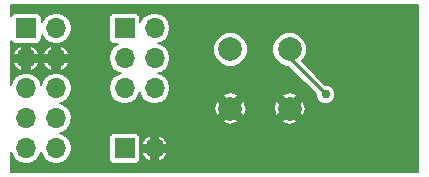
<source format=gbr>
G04 #@! TF.GenerationSoftware,KiCad,Pcbnew,5.0.0*
G04 #@! TF.CreationDate,2019-01-10T22:51:14-06:00*
G04 #@! TF.ProjectId,stlink-swd,73746C696E6B2D7377642E6B69636164,rev?*
G04 #@! TF.SameCoordinates,Original*
G04 #@! TF.FileFunction,Copper,L2,Bot,Signal*
G04 #@! TF.FilePolarity,Positive*
%FSLAX46Y46*%
G04 Gerber Fmt 4.6, Leading zero omitted, Abs format (unit mm)*
G04 Created by KiCad (PCBNEW 5.0.0) date Thu Jan 10 22:51:14 2019*
%MOMM*%
%LPD*%
G01*
G04 APERTURE LIST*
G04 #@! TA.AperFunction,ViaPad*
%ADD10C,0.762000*%
G04 #@! TD*
G04 #@! TA.AperFunction,ComponentPad*
%ADD11O,1.700000X1.700000*%
G04 #@! TD*
G04 #@! TA.AperFunction,ComponentPad*
%ADD12R,1.700000X1.700000*%
G04 #@! TD*
G04 #@! TA.AperFunction,ComponentPad*
%ADD13C,2.000000*%
G04 #@! TD*
G04 #@! TA.AperFunction,Conductor*
%ADD14C,0.254000*%
G04 #@! TD*
G04 #@! TA.AperFunction,Conductor*
%ADD15C,0.152400*%
G04 #@! TD*
G04 APERTURE END LIST*
D10*
G04 #@! TO.N,GND*
G04 #@! TO.C,REF\002A\002A*
X158877000Y-103632000D03*
G04 #@! TD*
G04 #@! TO.N,GND*
G04 #@! TO.C,REF\002A\002A*
X158750000Y-92964000D03*
G04 #@! TD*
G04 #@! TO.N,GND*
G04 #@! TO.C,REF\002A\002A*
X138176000Y-100076000D03*
G04 #@! TD*
G04 #@! TO.N,GND*
G04 #@! TO.C,REF\002A\002A*
X154432000Y-95504000D03*
G04 #@! TD*
G04 #@! TO.N,GND*
G04 #@! TO.C,REF\002A\002A*
X134620000Y-93726000D03*
G04 #@! TD*
G04 #@! TO.N,GND*
G04 #@! TO.C,REF\002A\002A*
X148590000Y-93472000D03*
G04 #@! TD*
G04 #@! TO.N,GND*
G04 #@! TO.C,REF\002A\002A*
X142240000Y-93726000D03*
G04 #@! TD*
G04 #@! TO.N,GND*
G04 #@! TO.C,REF\002A\002A*
X148590000Y-96266000D03*
G04 #@! TD*
G04 #@! TO.N,GND*
G04 #@! TO.C,REF\002A\002A*
X157226000Y-100330000D03*
G04 #@! TD*
D11*
G04 #@! TO.P,J1,6*
G04 #@! TO.N,/SWCLK_JST*
X139700000Y-97790000D03*
G04 #@! TO.P,J1,5*
G04 #@! TO.N,/SWCLK*
X137160000Y-97790000D03*
G04 #@! TO.P,J1,4*
G04 #@! TO.N,/NRST_JST*
X139700000Y-95250000D03*
G04 #@! TO.P,J1,3*
G04 #@! TO.N,/NRST*
X137160000Y-95250000D03*
G04 #@! TO.P,J1,2*
G04 #@! TO.N,/SWDIO_JST*
X139700000Y-92710000D03*
D12*
G04 #@! TO.P,J1,1*
G04 #@! TO.N,/SWDIO*
X137160000Y-92710000D03*
G04 #@! TD*
D11*
G04 #@! TO.P,J2,10*
G04 #@! TO.N,Net-(J2-Pad10)*
X131365001Y-102870000D03*
G04 #@! TO.P,J2,9*
G04 #@! TO.N,Net-(J2-Pad9)*
X128825001Y-102870000D03*
G04 #@! TO.P,J2,8*
G04 #@! TO.N,+3V3*
X131365001Y-100330000D03*
G04 #@! TO.P,J2,7*
X128825001Y-100330000D03*
G04 #@! TO.P,J2,6*
G04 #@! TO.N,/SWCLK*
X131365001Y-97790000D03*
G04 #@! TO.P,J2,5*
G04 #@! TO.N,Net-(J2-Pad5)*
X128825001Y-97790000D03*
G04 #@! TO.P,J2,4*
G04 #@! TO.N,GND*
X131365001Y-95250000D03*
G04 #@! TO.P,J2,3*
X128825001Y-95250000D03*
G04 #@! TO.P,J2,2*
G04 #@! TO.N,/SWDIO*
X131365001Y-92710000D03*
D12*
G04 #@! TO.P,J2,1*
G04 #@! TO.N,/NRST*
X128825001Y-92710000D03*
G04 #@! TD*
D11*
G04 #@! TO.P,J4,2*
G04 #@! TO.N,GND*
X139700000Y-102870000D03*
D12*
G04 #@! TO.P,J4,1*
G04 #@! TO.N,+3V3*
X137160000Y-102870000D03*
G04 #@! TD*
D13*
G04 #@! TO.P,SW1,1*
G04 #@! TO.N,/NRST_JST*
X146130000Y-94488000D03*
G04 #@! TO.P,SW1,2*
G04 #@! TO.N,GND*
X146130000Y-99488000D03*
X151130000Y-99488000D03*
G04 #@! TO.P,SW1,1*
G04 #@! TO.N,/NRST_JST*
X151130000Y-94488000D03*
G04 #@! TD*
D10*
G04 #@! TO.N,GND*
G04 #@! TO.C,REF\002A\002A*
X155702000Y-99314000D03*
G04 #@! TD*
G04 #@! TO.N,GND*
G04 #@! TO.C,REF\002A\002A*
X148590000Y-104140000D03*
G04 #@! TD*
G04 #@! TO.N,/NRST_JST*
X154178000Y-98298000D03*
G04 #@! TD*
D14*
G04 #@! TO.N,/NRST_JST*
X151130000Y-95250000D02*
X151130000Y-94488000D01*
X154178000Y-98298000D02*
X151130000Y-95250000D01*
G04 #@! TD*
D15*
G04 #@! TO.N,GND*
G36*
X162002801Y-104852800D02*
X127557200Y-104852800D01*
X127557200Y-103196817D01*
X127593646Y-103380044D01*
X127882563Y-103812438D01*
X128314957Y-104101355D01*
X128696256Y-104177200D01*
X128953746Y-104177200D01*
X129335045Y-104101355D01*
X129767439Y-103812438D01*
X130056356Y-103380044D01*
X130095001Y-103185762D01*
X130133646Y-103380044D01*
X130422563Y-103812438D01*
X130854957Y-104101355D01*
X131236256Y-104177200D01*
X131493746Y-104177200D01*
X131875045Y-104101355D01*
X132307439Y-103812438D01*
X132596356Y-103380044D01*
X132697810Y-102870000D01*
X132596356Y-102359956D01*
X132369205Y-102020000D01*
X135843843Y-102020000D01*
X135843843Y-103720000D01*
X135879327Y-103898391D01*
X135980377Y-104049623D01*
X136131609Y-104150673D01*
X136310000Y-104186157D01*
X138010000Y-104186157D01*
X138188391Y-104150673D01*
X138339623Y-104049623D01*
X138440673Y-103898391D01*
X138476157Y-103720000D01*
X138476157Y-103349413D01*
X138621527Y-103349413D01*
X138887084Y-103725634D01*
X139220592Y-103948443D01*
X139395200Y-103924482D01*
X139395200Y-103174800D01*
X140004800Y-103174800D01*
X140004800Y-103924482D01*
X140179408Y-103948443D01*
X140512916Y-103725634D01*
X140778473Y-103349413D01*
X140757642Y-103174800D01*
X140004800Y-103174800D01*
X139395200Y-103174800D01*
X138642358Y-103174800D01*
X138621527Y-103349413D01*
X138476157Y-103349413D01*
X138476157Y-102390587D01*
X138621527Y-102390587D01*
X138642358Y-102565200D01*
X139395200Y-102565200D01*
X139395200Y-101815518D01*
X140004800Y-101815518D01*
X140004800Y-102565200D01*
X140757642Y-102565200D01*
X140778473Y-102390587D01*
X140512916Y-102014366D01*
X140179408Y-101791557D01*
X140004800Y-101815518D01*
X139395200Y-101815518D01*
X139220592Y-101791557D01*
X138887084Y-102014366D01*
X138621527Y-102390587D01*
X138476157Y-102390587D01*
X138476157Y-102020000D01*
X138440673Y-101841609D01*
X138339623Y-101690377D01*
X138188391Y-101589327D01*
X138010000Y-101553843D01*
X136310000Y-101553843D01*
X136131609Y-101589327D01*
X135980377Y-101690377D01*
X135879327Y-101841609D01*
X135843843Y-102020000D01*
X132369205Y-102020000D01*
X132307439Y-101927562D01*
X131875045Y-101638645D01*
X131680763Y-101600000D01*
X131875045Y-101561355D01*
X132307439Y-101272438D01*
X132596356Y-100840044D01*
X132648478Y-100578007D01*
X145471045Y-100578007D01*
X145599791Y-100736327D01*
X146117865Y-100844206D01*
X146637786Y-100745615D01*
X146660209Y-100736327D01*
X146788955Y-100578007D01*
X150471045Y-100578007D01*
X150599791Y-100736327D01*
X151117865Y-100844206D01*
X151637786Y-100745615D01*
X151660209Y-100736327D01*
X151788955Y-100578007D01*
X151130000Y-99919052D01*
X150471045Y-100578007D01*
X146788955Y-100578007D01*
X146130000Y-99919052D01*
X145471045Y-100578007D01*
X132648478Y-100578007D01*
X132697810Y-100330000D01*
X132596356Y-99819956D01*
X132366442Y-99475865D01*
X144773794Y-99475865D01*
X144872385Y-99995786D01*
X144881673Y-100018209D01*
X145039993Y-100146955D01*
X145698948Y-99488000D01*
X146561052Y-99488000D01*
X147220007Y-100146955D01*
X147378327Y-100018209D01*
X147486206Y-99500135D01*
X147481604Y-99475865D01*
X149773794Y-99475865D01*
X149872385Y-99995786D01*
X149881673Y-100018209D01*
X150039993Y-100146955D01*
X150698948Y-99488000D01*
X151561052Y-99488000D01*
X152220007Y-100146955D01*
X152378327Y-100018209D01*
X152486206Y-99500135D01*
X152387615Y-98980214D01*
X152378327Y-98957791D01*
X152220007Y-98829045D01*
X151561052Y-99488000D01*
X150698948Y-99488000D01*
X150039993Y-98829045D01*
X149881673Y-98957791D01*
X149773794Y-99475865D01*
X147481604Y-99475865D01*
X147387615Y-98980214D01*
X147378327Y-98957791D01*
X147220007Y-98829045D01*
X146561052Y-99488000D01*
X145698948Y-99488000D01*
X145039993Y-98829045D01*
X144881673Y-98957791D01*
X144773794Y-99475865D01*
X132366442Y-99475865D01*
X132307439Y-99387562D01*
X131875045Y-99098645D01*
X131680763Y-99060000D01*
X131875045Y-99021355D01*
X132307439Y-98732438D01*
X132596356Y-98300044D01*
X132697810Y-97790000D01*
X132596356Y-97279956D01*
X132307439Y-96847562D01*
X131875045Y-96558645D01*
X131493746Y-96482800D01*
X131236256Y-96482800D01*
X130854957Y-96558645D01*
X130422563Y-96847562D01*
X130133646Y-97279956D01*
X130095001Y-97474238D01*
X130056356Y-97279956D01*
X129767439Y-96847562D01*
X129335045Y-96558645D01*
X128953746Y-96482800D01*
X128696256Y-96482800D01*
X128314957Y-96558645D01*
X127882563Y-96847562D01*
X127593646Y-97279956D01*
X127557200Y-97463183D01*
X127557200Y-95729408D01*
X127746558Y-95729408D01*
X127969367Y-96062916D01*
X128345588Y-96328473D01*
X128520201Y-96307642D01*
X128520201Y-95554800D01*
X129129801Y-95554800D01*
X129129801Y-96307642D01*
X129304414Y-96328473D01*
X129680635Y-96062916D01*
X129903444Y-95729408D01*
X130286558Y-95729408D01*
X130509367Y-96062916D01*
X130885588Y-96328473D01*
X131060201Y-96307642D01*
X131060201Y-95554800D01*
X131669801Y-95554800D01*
X131669801Y-96307642D01*
X131844414Y-96328473D01*
X132220635Y-96062916D01*
X132443444Y-95729408D01*
X132419483Y-95554800D01*
X131669801Y-95554800D01*
X131060201Y-95554800D01*
X130310519Y-95554800D01*
X130286558Y-95729408D01*
X129903444Y-95729408D01*
X129879483Y-95554800D01*
X129129801Y-95554800D01*
X128520201Y-95554800D01*
X127770519Y-95554800D01*
X127746558Y-95729408D01*
X127557200Y-95729408D01*
X127557200Y-95250000D01*
X135827191Y-95250000D01*
X135928645Y-95760044D01*
X136217562Y-96192438D01*
X136649956Y-96481355D01*
X136844238Y-96520000D01*
X136649956Y-96558645D01*
X136217562Y-96847562D01*
X135928645Y-97279956D01*
X135827191Y-97790000D01*
X135928645Y-98300044D01*
X136217562Y-98732438D01*
X136649956Y-99021355D01*
X137031255Y-99097200D01*
X137288745Y-99097200D01*
X137670044Y-99021355D01*
X138102438Y-98732438D01*
X138391355Y-98300044D01*
X138430000Y-98105762D01*
X138468645Y-98300044D01*
X138757562Y-98732438D01*
X139189956Y-99021355D01*
X139571255Y-99097200D01*
X139828745Y-99097200D01*
X140210044Y-99021355D01*
X140642438Y-98732438D01*
X140865907Y-98397993D01*
X145471045Y-98397993D01*
X146130000Y-99056948D01*
X146788955Y-98397993D01*
X150471045Y-98397993D01*
X151130000Y-99056948D01*
X151788955Y-98397993D01*
X151660209Y-98239673D01*
X151142135Y-98131794D01*
X150622214Y-98230385D01*
X150599791Y-98239673D01*
X150471045Y-98397993D01*
X146788955Y-98397993D01*
X146660209Y-98239673D01*
X146142135Y-98131794D01*
X145622214Y-98230385D01*
X145599791Y-98239673D01*
X145471045Y-98397993D01*
X140865907Y-98397993D01*
X140931355Y-98300044D01*
X141032809Y-97790000D01*
X140931355Y-97279956D01*
X140642438Y-96847562D01*
X140210044Y-96558645D01*
X140015762Y-96520000D01*
X140210044Y-96481355D01*
X140642438Y-96192438D01*
X140931355Y-95760044D01*
X141032809Y-95250000D01*
X140931355Y-94739956D01*
X140642438Y-94307562D01*
X140478685Y-94198145D01*
X144672800Y-94198145D01*
X144672800Y-94777855D01*
X144894646Y-95313437D01*
X145304563Y-95723354D01*
X145840145Y-95945200D01*
X146419855Y-95945200D01*
X146955437Y-95723354D01*
X147365354Y-95313437D01*
X147587200Y-94777855D01*
X147587200Y-94198145D01*
X149672800Y-94198145D01*
X149672800Y-94777855D01*
X149894646Y-95313437D01*
X150304563Y-95723354D01*
X150840145Y-95945200D01*
X150999018Y-95945200D01*
X153339800Y-98285983D01*
X153339800Y-98464728D01*
X153467409Y-98772802D01*
X153703198Y-99008591D01*
X154011272Y-99136200D01*
X154344728Y-99136200D01*
X154652802Y-99008591D01*
X154888591Y-98772802D01*
X155016200Y-98464728D01*
X155016200Y-98131272D01*
X154888591Y-97823198D01*
X154652802Y-97587409D01*
X154344728Y-97459800D01*
X154165983Y-97459800D01*
X152192487Y-95486304D01*
X152365354Y-95313437D01*
X152587200Y-94777855D01*
X152587200Y-94198145D01*
X152365354Y-93662563D01*
X151955437Y-93252646D01*
X151419855Y-93030800D01*
X150840145Y-93030800D01*
X150304563Y-93252646D01*
X149894646Y-93662563D01*
X149672800Y-94198145D01*
X147587200Y-94198145D01*
X147365354Y-93662563D01*
X146955437Y-93252646D01*
X146419855Y-93030800D01*
X145840145Y-93030800D01*
X145304563Y-93252646D01*
X144894646Y-93662563D01*
X144672800Y-94198145D01*
X140478685Y-94198145D01*
X140210044Y-94018645D01*
X140015762Y-93980000D01*
X140210044Y-93941355D01*
X140642438Y-93652438D01*
X140931355Y-93220044D01*
X141032809Y-92710000D01*
X140931355Y-92199956D01*
X140642438Y-91767562D01*
X140210044Y-91478645D01*
X139828745Y-91402800D01*
X139571255Y-91402800D01*
X139189956Y-91478645D01*
X138757562Y-91767562D01*
X138476157Y-92188714D01*
X138476157Y-91860000D01*
X138440673Y-91681609D01*
X138339623Y-91530377D01*
X138188391Y-91429327D01*
X138010000Y-91393843D01*
X136310000Y-91393843D01*
X136131609Y-91429327D01*
X135980377Y-91530377D01*
X135879327Y-91681609D01*
X135843843Y-91860000D01*
X135843843Y-93560000D01*
X135879327Y-93738391D01*
X135980377Y-93889623D01*
X136131609Y-93990673D01*
X136310000Y-94026157D01*
X136638714Y-94026157D01*
X136217562Y-94307562D01*
X135928645Y-94739956D01*
X135827191Y-95250000D01*
X127557200Y-95250000D01*
X127557200Y-94770592D01*
X127746558Y-94770592D01*
X127770519Y-94945200D01*
X128520201Y-94945200D01*
X128520201Y-94192358D01*
X129129801Y-94192358D01*
X129129801Y-94945200D01*
X129879483Y-94945200D01*
X129903444Y-94770592D01*
X130286558Y-94770592D01*
X130310519Y-94945200D01*
X131060201Y-94945200D01*
X131060201Y-94192358D01*
X131669801Y-94192358D01*
X131669801Y-94945200D01*
X132419483Y-94945200D01*
X132443444Y-94770592D01*
X132220635Y-94437084D01*
X131844414Y-94171527D01*
X131669801Y-94192358D01*
X131060201Y-94192358D01*
X130885588Y-94171527D01*
X130509367Y-94437084D01*
X130286558Y-94770592D01*
X129903444Y-94770592D01*
X129680635Y-94437084D01*
X129304414Y-94171527D01*
X129129801Y-94192358D01*
X128520201Y-94192358D01*
X128345588Y-94171527D01*
X127969367Y-94437084D01*
X127746558Y-94770592D01*
X127557200Y-94770592D01*
X127557200Y-93757655D01*
X127645378Y-93889623D01*
X127796610Y-93990673D01*
X127975001Y-94026157D01*
X129675001Y-94026157D01*
X129853392Y-93990673D01*
X130004624Y-93889623D01*
X130105674Y-93738391D01*
X130141158Y-93560000D01*
X130141158Y-93231286D01*
X130422563Y-93652438D01*
X130854957Y-93941355D01*
X131236256Y-94017200D01*
X131493746Y-94017200D01*
X131875045Y-93941355D01*
X132307439Y-93652438D01*
X132596356Y-93220044D01*
X132697810Y-92710000D01*
X132596356Y-92199956D01*
X132307439Y-91767562D01*
X131875045Y-91478645D01*
X131493746Y-91402800D01*
X131236256Y-91402800D01*
X130854957Y-91478645D01*
X130422563Y-91767562D01*
X130141158Y-92188714D01*
X130141158Y-91860000D01*
X130105674Y-91681609D01*
X130004624Y-91530377D01*
X129853392Y-91429327D01*
X129675001Y-91393843D01*
X127975001Y-91393843D01*
X127796610Y-91429327D01*
X127645378Y-91530377D01*
X127557200Y-91662345D01*
X127557200Y-90727200D01*
X162002800Y-90727200D01*
X162002801Y-104852800D01*
X162002801Y-104852800D01*
G37*
X162002801Y-104852800D02*
X127557200Y-104852800D01*
X127557200Y-103196817D01*
X127593646Y-103380044D01*
X127882563Y-103812438D01*
X128314957Y-104101355D01*
X128696256Y-104177200D01*
X128953746Y-104177200D01*
X129335045Y-104101355D01*
X129767439Y-103812438D01*
X130056356Y-103380044D01*
X130095001Y-103185762D01*
X130133646Y-103380044D01*
X130422563Y-103812438D01*
X130854957Y-104101355D01*
X131236256Y-104177200D01*
X131493746Y-104177200D01*
X131875045Y-104101355D01*
X132307439Y-103812438D01*
X132596356Y-103380044D01*
X132697810Y-102870000D01*
X132596356Y-102359956D01*
X132369205Y-102020000D01*
X135843843Y-102020000D01*
X135843843Y-103720000D01*
X135879327Y-103898391D01*
X135980377Y-104049623D01*
X136131609Y-104150673D01*
X136310000Y-104186157D01*
X138010000Y-104186157D01*
X138188391Y-104150673D01*
X138339623Y-104049623D01*
X138440673Y-103898391D01*
X138476157Y-103720000D01*
X138476157Y-103349413D01*
X138621527Y-103349413D01*
X138887084Y-103725634D01*
X139220592Y-103948443D01*
X139395200Y-103924482D01*
X139395200Y-103174800D01*
X140004800Y-103174800D01*
X140004800Y-103924482D01*
X140179408Y-103948443D01*
X140512916Y-103725634D01*
X140778473Y-103349413D01*
X140757642Y-103174800D01*
X140004800Y-103174800D01*
X139395200Y-103174800D01*
X138642358Y-103174800D01*
X138621527Y-103349413D01*
X138476157Y-103349413D01*
X138476157Y-102390587D01*
X138621527Y-102390587D01*
X138642358Y-102565200D01*
X139395200Y-102565200D01*
X139395200Y-101815518D01*
X140004800Y-101815518D01*
X140004800Y-102565200D01*
X140757642Y-102565200D01*
X140778473Y-102390587D01*
X140512916Y-102014366D01*
X140179408Y-101791557D01*
X140004800Y-101815518D01*
X139395200Y-101815518D01*
X139220592Y-101791557D01*
X138887084Y-102014366D01*
X138621527Y-102390587D01*
X138476157Y-102390587D01*
X138476157Y-102020000D01*
X138440673Y-101841609D01*
X138339623Y-101690377D01*
X138188391Y-101589327D01*
X138010000Y-101553843D01*
X136310000Y-101553843D01*
X136131609Y-101589327D01*
X135980377Y-101690377D01*
X135879327Y-101841609D01*
X135843843Y-102020000D01*
X132369205Y-102020000D01*
X132307439Y-101927562D01*
X131875045Y-101638645D01*
X131680763Y-101600000D01*
X131875045Y-101561355D01*
X132307439Y-101272438D01*
X132596356Y-100840044D01*
X132648478Y-100578007D01*
X145471045Y-100578007D01*
X145599791Y-100736327D01*
X146117865Y-100844206D01*
X146637786Y-100745615D01*
X146660209Y-100736327D01*
X146788955Y-100578007D01*
X150471045Y-100578007D01*
X150599791Y-100736327D01*
X151117865Y-100844206D01*
X151637786Y-100745615D01*
X151660209Y-100736327D01*
X151788955Y-100578007D01*
X151130000Y-99919052D01*
X150471045Y-100578007D01*
X146788955Y-100578007D01*
X146130000Y-99919052D01*
X145471045Y-100578007D01*
X132648478Y-100578007D01*
X132697810Y-100330000D01*
X132596356Y-99819956D01*
X132366442Y-99475865D01*
X144773794Y-99475865D01*
X144872385Y-99995786D01*
X144881673Y-100018209D01*
X145039993Y-100146955D01*
X145698948Y-99488000D01*
X146561052Y-99488000D01*
X147220007Y-100146955D01*
X147378327Y-100018209D01*
X147486206Y-99500135D01*
X147481604Y-99475865D01*
X149773794Y-99475865D01*
X149872385Y-99995786D01*
X149881673Y-100018209D01*
X150039993Y-100146955D01*
X150698948Y-99488000D01*
X151561052Y-99488000D01*
X152220007Y-100146955D01*
X152378327Y-100018209D01*
X152486206Y-99500135D01*
X152387615Y-98980214D01*
X152378327Y-98957791D01*
X152220007Y-98829045D01*
X151561052Y-99488000D01*
X150698948Y-99488000D01*
X150039993Y-98829045D01*
X149881673Y-98957791D01*
X149773794Y-99475865D01*
X147481604Y-99475865D01*
X147387615Y-98980214D01*
X147378327Y-98957791D01*
X147220007Y-98829045D01*
X146561052Y-99488000D01*
X145698948Y-99488000D01*
X145039993Y-98829045D01*
X144881673Y-98957791D01*
X144773794Y-99475865D01*
X132366442Y-99475865D01*
X132307439Y-99387562D01*
X131875045Y-99098645D01*
X131680763Y-99060000D01*
X131875045Y-99021355D01*
X132307439Y-98732438D01*
X132596356Y-98300044D01*
X132697810Y-97790000D01*
X132596356Y-97279956D01*
X132307439Y-96847562D01*
X131875045Y-96558645D01*
X131493746Y-96482800D01*
X131236256Y-96482800D01*
X130854957Y-96558645D01*
X130422563Y-96847562D01*
X130133646Y-97279956D01*
X130095001Y-97474238D01*
X130056356Y-97279956D01*
X129767439Y-96847562D01*
X129335045Y-96558645D01*
X128953746Y-96482800D01*
X128696256Y-96482800D01*
X128314957Y-96558645D01*
X127882563Y-96847562D01*
X127593646Y-97279956D01*
X127557200Y-97463183D01*
X127557200Y-95729408D01*
X127746558Y-95729408D01*
X127969367Y-96062916D01*
X128345588Y-96328473D01*
X128520201Y-96307642D01*
X128520201Y-95554800D01*
X129129801Y-95554800D01*
X129129801Y-96307642D01*
X129304414Y-96328473D01*
X129680635Y-96062916D01*
X129903444Y-95729408D01*
X130286558Y-95729408D01*
X130509367Y-96062916D01*
X130885588Y-96328473D01*
X131060201Y-96307642D01*
X131060201Y-95554800D01*
X131669801Y-95554800D01*
X131669801Y-96307642D01*
X131844414Y-96328473D01*
X132220635Y-96062916D01*
X132443444Y-95729408D01*
X132419483Y-95554800D01*
X131669801Y-95554800D01*
X131060201Y-95554800D01*
X130310519Y-95554800D01*
X130286558Y-95729408D01*
X129903444Y-95729408D01*
X129879483Y-95554800D01*
X129129801Y-95554800D01*
X128520201Y-95554800D01*
X127770519Y-95554800D01*
X127746558Y-95729408D01*
X127557200Y-95729408D01*
X127557200Y-95250000D01*
X135827191Y-95250000D01*
X135928645Y-95760044D01*
X136217562Y-96192438D01*
X136649956Y-96481355D01*
X136844238Y-96520000D01*
X136649956Y-96558645D01*
X136217562Y-96847562D01*
X135928645Y-97279956D01*
X135827191Y-97790000D01*
X135928645Y-98300044D01*
X136217562Y-98732438D01*
X136649956Y-99021355D01*
X137031255Y-99097200D01*
X137288745Y-99097200D01*
X137670044Y-99021355D01*
X138102438Y-98732438D01*
X138391355Y-98300044D01*
X138430000Y-98105762D01*
X138468645Y-98300044D01*
X138757562Y-98732438D01*
X139189956Y-99021355D01*
X139571255Y-99097200D01*
X139828745Y-99097200D01*
X140210044Y-99021355D01*
X140642438Y-98732438D01*
X140865907Y-98397993D01*
X145471045Y-98397993D01*
X146130000Y-99056948D01*
X146788955Y-98397993D01*
X150471045Y-98397993D01*
X151130000Y-99056948D01*
X151788955Y-98397993D01*
X151660209Y-98239673D01*
X151142135Y-98131794D01*
X150622214Y-98230385D01*
X150599791Y-98239673D01*
X150471045Y-98397993D01*
X146788955Y-98397993D01*
X146660209Y-98239673D01*
X146142135Y-98131794D01*
X145622214Y-98230385D01*
X145599791Y-98239673D01*
X145471045Y-98397993D01*
X140865907Y-98397993D01*
X140931355Y-98300044D01*
X141032809Y-97790000D01*
X140931355Y-97279956D01*
X140642438Y-96847562D01*
X140210044Y-96558645D01*
X140015762Y-96520000D01*
X140210044Y-96481355D01*
X140642438Y-96192438D01*
X140931355Y-95760044D01*
X141032809Y-95250000D01*
X140931355Y-94739956D01*
X140642438Y-94307562D01*
X140478685Y-94198145D01*
X144672800Y-94198145D01*
X144672800Y-94777855D01*
X144894646Y-95313437D01*
X145304563Y-95723354D01*
X145840145Y-95945200D01*
X146419855Y-95945200D01*
X146955437Y-95723354D01*
X147365354Y-95313437D01*
X147587200Y-94777855D01*
X147587200Y-94198145D01*
X149672800Y-94198145D01*
X149672800Y-94777855D01*
X149894646Y-95313437D01*
X150304563Y-95723354D01*
X150840145Y-95945200D01*
X150999018Y-95945200D01*
X153339800Y-98285983D01*
X153339800Y-98464728D01*
X153467409Y-98772802D01*
X153703198Y-99008591D01*
X154011272Y-99136200D01*
X154344728Y-99136200D01*
X154652802Y-99008591D01*
X154888591Y-98772802D01*
X155016200Y-98464728D01*
X155016200Y-98131272D01*
X154888591Y-97823198D01*
X154652802Y-97587409D01*
X154344728Y-97459800D01*
X154165983Y-97459800D01*
X152192487Y-95486304D01*
X152365354Y-95313437D01*
X152587200Y-94777855D01*
X152587200Y-94198145D01*
X152365354Y-93662563D01*
X151955437Y-93252646D01*
X151419855Y-93030800D01*
X150840145Y-93030800D01*
X150304563Y-93252646D01*
X149894646Y-93662563D01*
X149672800Y-94198145D01*
X147587200Y-94198145D01*
X147365354Y-93662563D01*
X146955437Y-93252646D01*
X146419855Y-93030800D01*
X145840145Y-93030800D01*
X145304563Y-93252646D01*
X144894646Y-93662563D01*
X144672800Y-94198145D01*
X140478685Y-94198145D01*
X140210044Y-94018645D01*
X140015762Y-93980000D01*
X140210044Y-93941355D01*
X140642438Y-93652438D01*
X140931355Y-93220044D01*
X141032809Y-92710000D01*
X140931355Y-92199956D01*
X140642438Y-91767562D01*
X140210044Y-91478645D01*
X139828745Y-91402800D01*
X139571255Y-91402800D01*
X139189956Y-91478645D01*
X138757562Y-91767562D01*
X138476157Y-92188714D01*
X138476157Y-91860000D01*
X138440673Y-91681609D01*
X138339623Y-91530377D01*
X138188391Y-91429327D01*
X138010000Y-91393843D01*
X136310000Y-91393843D01*
X136131609Y-91429327D01*
X135980377Y-91530377D01*
X135879327Y-91681609D01*
X135843843Y-91860000D01*
X135843843Y-93560000D01*
X135879327Y-93738391D01*
X135980377Y-93889623D01*
X136131609Y-93990673D01*
X136310000Y-94026157D01*
X136638714Y-94026157D01*
X136217562Y-94307562D01*
X135928645Y-94739956D01*
X135827191Y-95250000D01*
X127557200Y-95250000D01*
X127557200Y-94770592D01*
X127746558Y-94770592D01*
X127770519Y-94945200D01*
X128520201Y-94945200D01*
X128520201Y-94192358D01*
X129129801Y-94192358D01*
X129129801Y-94945200D01*
X129879483Y-94945200D01*
X129903444Y-94770592D01*
X130286558Y-94770592D01*
X130310519Y-94945200D01*
X131060201Y-94945200D01*
X131060201Y-94192358D01*
X131669801Y-94192358D01*
X131669801Y-94945200D01*
X132419483Y-94945200D01*
X132443444Y-94770592D01*
X132220635Y-94437084D01*
X131844414Y-94171527D01*
X131669801Y-94192358D01*
X131060201Y-94192358D01*
X130885588Y-94171527D01*
X130509367Y-94437084D01*
X130286558Y-94770592D01*
X129903444Y-94770592D01*
X129680635Y-94437084D01*
X129304414Y-94171527D01*
X129129801Y-94192358D01*
X128520201Y-94192358D01*
X128345588Y-94171527D01*
X127969367Y-94437084D01*
X127746558Y-94770592D01*
X127557200Y-94770592D01*
X127557200Y-93757655D01*
X127645378Y-93889623D01*
X127796610Y-93990673D01*
X127975001Y-94026157D01*
X129675001Y-94026157D01*
X129853392Y-93990673D01*
X130004624Y-93889623D01*
X130105674Y-93738391D01*
X130141158Y-93560000D01*
X130141158Y-93231286D01*
X130422563Y-93652438D01*
X130854957Y-93941355D01*
X131236256Y-94017200D01*
X131493746Y-94017200D01*
X131875045Y-93941355D01*
X132307439Y-93652438D01*
X132596356Y-93220044D01*
X132697810Y-92710000D01*
X132596356Y-92199956D01*
X132307439Y-91767562D01*
X131875045Y-91478645D01*
X131493746Y-91402800D01*
X131236256Y-91402800D01*
X130854957Y-91478645D01*
X130422563Y-91767562D01*
X130141158Y-92188714D01*
X130141158Y-91860000D01*
X130105674Y-91681609D01*
X130004624Y-91530377D01*
X129853392Y-91429327D01*
X129675001Y-91393843D01*
X127975001Y-91393843D01*
X127796610Y-91429327D01*
X127645378Y-91530377D01*
X127557200Y-91662345D01*
X127557200Y-90727200D01*
X162002800Y-90727200D01*
X162002801Y-104852800D01*
G04 #@! TD*
M02*

</source>
